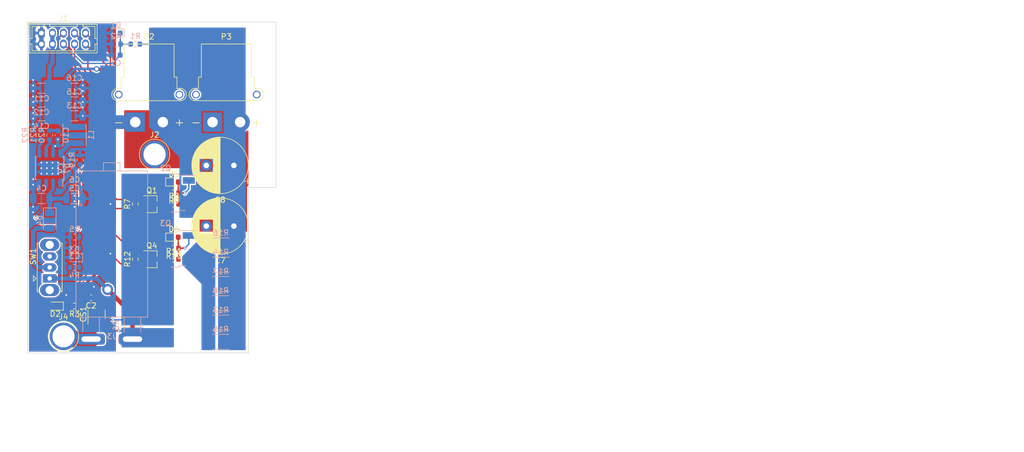
<source format=kicad_pcb>
(kicad_pcb (version 20211014) (generator pcbnew)
  (layers (0 "F.Cu" signal) (31 "B.Cu" signal) (34 "B.Paste" user) (35 "F.Paste" user) (36 "B.SilkS" user "B.Silkscreen") (37 "F.SilkS" user "F.Silkscreen") (38 "B.Mask" user) (39 "F.Mask" user) (44 "Edge.Cuts" user))
  (net 0 "")
  (net 1 "+5V")
  (net 2 "GND")
  (net 3 "Net-(Q3-Pad3)")
  (net 4 "/BattVsense")
  (net 5 "/PW_OUT_EN")
  (net 6 "/PW_OUT")
  (net 7 "Net-(C10-Pad2)")
  (net 8 "Net-(C4-Pad1)")
  (net 9 "Net-(C9-Pad1)")
  (net 10 "/PRE_CHARGE_EN")
  (net 11 "Net-(C9-Pad2)")
  (net 12 "Net-(D6-Pad2)")
  (net 13 "/PowerOutVSense")
  (net 14 "Net-(CS1-Pad1)")
  (net 15 "+BATT")
  (net 16 "Net-(CS1-Pad4)")
  (net 17 "Net-(D7-Pad5)")
  (net 18 "Net-(D5-Pad2)")
  (net 19 "/CurrentSense")
  (net 20 "/DCDC_5V_EN")
  (net 21 "Net-(D7-Pad6)")
  (net 22 "Net-(Q1-Pad3)")
  (net 23 "Net-(Q4-Pad3)")
  (net 24 "Net-(D4-Pad2)")
  (net 25 "Net-(J3-Pad2)")
  (footprint "TestPoint:TestPoint_Plated_Hole_D4.0mm" (layer "F.Cu") (at 51.5 92)
    (fp_text reference "J4" (at 0 -3.548) (layer "F.SilkS"))
    (fp_text value "Conn_01x01")
    (pad "1" thru_hole circle (at 0 0) (size 5 5) (drill 4) (layers *.Cu *.Mask) (net 25 "Net-(J3-Pad2)"))
  )
  (footprint "Connector_Hirose:Hirose_DF11-10DP-2DSA_2x05_P2.00mm_Vertical" (layer "F.Cu") (at 47.5 37)
    (fp_text reference "J1" (at 4 -2.7) (layer "F.SilkS"))
    (fp_text value "Conn_02x05_Odd_Even")
    (pad "1" thru_hole roundrect (at 0 0) (size 1.2 1.65) (drill 0.85) (layers *.Cu *.Mask) (roundrect_rratio 0.2083333333) (net 2 "GND"))
    (pad "2" thru_hole oval (at 0 2) (size 1.2 1.65) (drill 0.85) (layers *.Cu *.Mask) (net 2 "GND"))
    (pad "3" thru_hole oval (at 2 0) (size 1.2 1.65) (drill 0.85) (layers *.Cu *.Mask) (net 1 "+5V"))
    (pad "4" thru_hole oval (at 2 2) (size 1.2 1.65) (drill 0.85) (layers *.Cu *.Mask) (net 1 "+5V"))
    (pad "5" thru_hole oval (at 4 0) (size 1.2 1.65) (drill 0.85) (layers *.Cu *.Mask) (net 20 "/DCDC_5V_EN"))
    (pad "6" thru_hole oval (at 4 2) (size 1.2 1.65) (drill 0.85) (layers *.Cu *.Mask) (net 13 "/PowerOutVSense"))
    (pad "7" thru_hole oval (at 6 0) (size 1.2 1.65) (drill 0.85) (layers *.Cu *.Mask) (net 19 "/CurrentSense"))
    (pad "8" thru_hole oval (at 6 2) (size 1.2 1.65) (drill 0.85) (layers *.Cu *.Mask) (net 4 "/BattVsense"))
    (pad "9" thru_hole oval (at 8 0) (size 1.2 1.65) (drill 0.85) (layers *.Cu *.Mask) (net 5 "/PW_OUT_EN"))
    (pad "10" thru_hole oval (at 8 2) (size 1.2 1.65) (drill 0.85) (layers *.Cu *.Mask) (net 10 "/PRE_CHARGE_EN"))
  )
  (footprint "Package_TO_SOT_SMD:SOT-23-5" (layer "F.Cu") (at 57.5 88 90)
    (fp_text reference "CS1" (at 0 -2.4 90) (layer "F.SilkS"))
    (fp_text value "CS30")
    (pad "1" smd roundrect (at -1.1375 -0.95 90) (size 1.325 0.6) (layers "F.Cu" "F.Paste" "F.Mask") (net 14 "Net-(CS1-Pad1)"))
    (pad "2" smd roundrect (at -1.1375 0 90) (size 1.325 0.6) (layers "F.Cu" "F.Paste" "F.Mask") (net 2 "GND"))
    (pad "3" smd roundrect (at -1.1375 0.95 90) (size 1.325 0.6) (layers "F.Cu" "F.Paste" "F.Mask") (net 15 "+BATT"))
    (pad "4" smd roundrect (at 1.1375 0.95 90) (size 1.325 0.6) (layers "F.Cu" "F.Paste" "F.Mask") (net 16 "Net-(CS1-Pad4)"))
    (pad "5" smd roundrect (at 1.1375 -0.95 90) (size 1.325 0.6) (layers "F.Cu" "F.Paste" "F.Mask") (net 1 "+5V"))
  )
  (footprint "Resistor_SMD:R_0603_1608Metric" (layer "F.Cu") (at 64.5 78 90)
    (fp_text reference "R12" (at 0 -1.43 90) (layer "F.SilkS"))
    (fp_text value "1k")
    (pad "1" smd roundrect (at -0.825 0 90) (size 0.8 0.95) (layers "F.Cu" "F.Paste" "F.Mask") (net 2 "GND"))
    (pad "2" smd roundrect (at 0.825 0 90) (size 0.8 0.95) (layers "F.Cu" "F.Paste" "F.Mask") (net 10 "/PRE_CHARGE_EN"))
  )
  (footprint "Connector_AMASS:AMASS_XT30PW-F_1x02_P2.50mm_Horizontal" (layer "F.Cu") (at 64.5 53.15)
    (fp_text reference "P2" (at 2.5 -15.5) (layer "F.SilkS"))
    (fp_text value "CONN_01X02")
    (fp_text user "+" (at 8 0) (layer "F.SilkS") (effects (font (size 1.5 1.5))))
    (fp_text user "-" (at -3 0) (layer "F.SilkS") (effects (font (size 1.5 1.5))))
    (pad "" thru_hole circle (at 8 -5) (size 1.4 1.4) (drill 1) (layers *.Cu *.Mask))
    (pad "" thru_hole circle (at -3 -5 90) (size 1.4 1.4) (drill 1) (layers *.Cu *.Mask))
    (pad "1" thru_hole rect (at 0 0) (size 3.5 3.5) (drill 1.9) (layers *.Cu *.Mask) (net 2 "GND"))
    (pad "2" thru_hole circle (at 5 0) (size 3.5 3.5) (drill 1.9) (layers *.Cu *.Mask) (net 6 "/PW_OUT"))
  )
  (footprint "Package_TO_SOT_SMD:TSOT-23" (layer "F.Cu") (at 67.5 68)
    (fp_text reference "Q1" (at 0 -2.45) (layer "F.SilkS"))
    (fp_text value "Q_NMOS_GSD")
    (pad "1" smd rect (at -1.31 -0.95) (size 1.22 0.65) (layers "F.Cu" "F.Paste" "F.Mask") (net 5 "/PW_OUT_EN"))
    (pad "2" smd rect (at -1.31 0.95) (size 1.22 0.65) (layers "F.Cu" "F.Paste" "F.Mask") (net 2 "GND"))
    (pad "3" smd rect (at 1.31 0) (size 1.22 0.65) (layers "F.Cu" "F.Paste" "F.Mask") (net 22 "Net-(Q1-Pad3)"))
  )
  (footprint "Diode_SMD:D_0603_1608Metric" (layer "F.Cu") (at 71.5 74)
    (fp_text reference "D6" (at 0 -1.43) (layer "F.SilkS"))
    (fp_text value "D_Zener_12V")
    (pad "1" smd roundrect (at -0.7875 0) (size 0.875 0.95) (layers "F.Cu" "F.Paste" "F.Mask") (net 16 "Net-(CS1-Pad4)"))
    (pad "2" smd roundrect (at 0.7875 0) (size 0.875 0.95) (layers "F.Cu" "F.Paste" "F.Mask") (net 12 "Net-(D6-Pad2)"))
  )
  (footprint "Package_TO_SOT_SMD:TSOT-23" (layer "F.Cu") (at 67.5 78)
    (fp_text reference "Q4" (at 0 -2.45) (layer "F.SilkS"))
    (fp_text value "Q_NMOS_GSD")
    (pad "1" smd rect (at -1.31 -0.95) (size 1.22 0.65) (layers "F.Cu" "F.Paste" "F.Mask") (net 10 "/PRE_CHARGE_EN"))
    (pad "2" smd rect (at -1.31 0.95) (size 1.22 0.65) (layers "F.Cu" "F.Paste" "F.Mask") (net 2 "GND"))
    (pad "3" smd rect (at 1.31 0) (size 1.22 0.65) (layers "F.Cu" "F.Paste" "F.Mask") (net 23 "Net-(Q4-Pad3)"))
  )
  (footprint "Resistor_SMD:R_0603_1608Metric" (layer "F.Cu") (at 71.5 76 180)
    (fp_text reference "R10" (at 0 -1.43) (layer "F.SilkS"))
    (fp_text value "1k")
    (pad "1" smd roundrect (at -0.825 0 180) (size 0.8 0.95) (layers "F.Cu" "F.Paste" "F.Mask") (net 12 "Net-(D6-Pad2)"))
    (pad "2" smd roundrect (at 0.825 0 180) (size 0.8 0.95) (layers "F.Cu" "F.Paste" "F.Mask") (net 16 "Net-(CS1-Pad4)"))
  )
  (footprint "Resistor_SMD:R_0603_1608Metric" (layer "F.Cu") (at 64.5 68 90)
    (fp_text reference "R7" (at 0 -1.43 90) (layer "F.SilkS"))
    (fp_text value "1k")
    (pad "1" smd roundrect (at -0.825 0 90) (size 0.8 0.95) (layers "F.Cu" "F.Paste" "F.Mask") (net 2 "GND"))
    (pad "2" smd roundrect (at 0.825 0 90) (size 0.8 0.95) (layers "F.Cu" "F.Paste" "F.Mask") (net 5 "/PW_OUT_EN"))
  )
  (footprint "Resistor_SMD:R_0603_1608Metric" (layer "F.Cu") (at 71.5 66 180)
    (fp_text reference "R9" (at 0 -1.43) (layer "F.SilkS"))
    (fp_text value "1k")
    (pad "1" smd roundrect (at -0.825 0 180) (size 0.8 0.95) (layers "F.Cu" "F.Paste" "F.Mask") (net 18 "Net-(D5-Pad2)"))
    (pad "2" smd roundrect (at 0.825 0 180) (size 0.8 0.95) (layers "F.Cu" "F.Paste" "F.Mask") (net 16 "Net-(CS1-Pad4)"))
  )
  (footprint "Capacitor_SMD:C_0603_1608Metric" (layer "F.Cu") (at 56.5 85 180)
    (fp_text reference "C2" (at 0 -1.43) (layer "F.SilkS"))
    (fp_text value "0.1u")
    (pad "1" smd roundrect (at -0.775 0 180) (size 0.9 0.95) (layers "F.Cu" "F.Paste" "F.Mask") (net 2 "GND"))
    (pad "2" smd roundrect (at 0.775 0 180) (size 0.9 0.95) (layers "F.Cu" "F.Paste" "F.Mask") (net 1 "+5V"))
  )
  (footprint "Resistor_SMD:R_0603_1608Metric" (layer "F.Cu") (at 71.5 78)
    (fp_text reference "R11" (at 0 -1.43) (layer "F.SilkS"))
    (fp_text value "100")
    (pad "1" smd roundrect (at -0.825 0) (size 0.8 0.95) (layers "F.Cu" "F.Paste" "F.Mask") (net 23 "Net-(Q4-Pad3)"))
    (pad "2" smd roundrect (at 0.825 0) (size 0.8 0.95) (layers "F.Cu" "F.Paste" "F.Mask") (net 12 "Net-(D6-Pad2)"))
  )
  (footprint "TestPoint:TestPoint_Plated_Hole_D4.0mm" (layer "F.Cu") (at 68 59)
    (fp_text reference "J2" (at 0 -3.548) (layer "F.SilkS"))
    (fp_text value "Conn_01x01")
    (pad "1" thru_hole circle (at 0 0) (size 5 5) (drill 4) (layers *.Cu *.Mask) (net 2 "GND"))
  )
  (footprint "Diode_SMD:D_0603_1608Metric" (layer "F.Cu") (at 50 86.5 180)
    (fp_text reference "D2" (at 0 -1.43) (layer "F.SilkS"))
    (fp_text value "D_Zener_3.3V")
    (pad "1" smd roundrect (at -0.7875 0 180) (size 0.875 0.95) (layers "F.Cu" "F.Paste" "F.Mask") (net 19 "/CurrentSense"))
    (pad "2" smd roundrect (at 0.7875 0 180) (size 0.875 0.95) (layers "F.Cu" "F.Paste" "F.Mask") (net 2 "GND"))
  )
  (footprint "Resistor_SMD:R_0603_1608Metric" (layer "F.Cu") (at 71.5 68)
    (fp_text reference "R8" (at 0 -1.43) (layer "F.SilkS"))
    (fp_text value "100")
    (pad "1" smd roundrect (at -0.825 0) (size 0.8 0.95) (layers "F.Cu" "F.Paste" "F.Mask") (net 22 "Net-(Q1-Pad3)"))
    (pad "2" smd roundrect (at 0.825 0) (size 0.8 0.95) (layers "F.Cu" "F.Paste" "F.Mask") (net 18 "Net-(D5-Pad2)"))
  )
  (footprint "Resistor_SMD:R_0603_1608Metric" (layer "F.Cu") (at 53.5 86.5 180)
    (fp_text reference "R3" (at 0 -1.43) (layer "F.SilkS"))
    (fp_text value "100")
    (pad "1" smd roundrect (at -0.825 0 180) (size 0.8 0.95) (layers "F.Cu" "F.Paste" "F.Mask") (net 14 "Net-(CS1-Pad1)"))
    (pad "2" smd roundrect (at 0.825 0 180) (size 0.8 0.95) (layers "F.Cu" "F.Paste" "F.Mask") (net 19 "/CurrentSense"))
  )
  (footprint "Capacitor_THT:CP_Radial_D10.0mm_P5.00mm" (layer "F.Cu") (at 82.367677 72 180)
    (fp_text reference "C7" (at 2.5 -6.25) (layer "F.SilkS"))
    (fp_text value "470u")
    (pad "1" thru_hole rect (at 0 0 180) (size 2 2) (drill 1) (layers *.Cu *.Mask) (net 6 "/PW_OUT"))
    (pad "2" thru_hole circle (at 5 0 180) (size 2 2) (drill 1) (layers *.Cu *.Mask) (net 2 "GND"))
  )
  (footprint "Connector_AMASS:AMASS_XT30PW-F_1x02_P2.50mm_Horizontal" (layer "F.Cu") (at 78.5 53.15)
    (fp_text reference "P3" (at 2.5 -15.5) (layer "F.SilkS"))
    (fp_text value "CONN_01X02")
    (fp_text user "+" (at 8 0) (layer "F.SilkS") (effects (font (size 1.5 1.5))))
    (fp_text user "-" (at -3 0) (layer "F.SilkS") (effects (font (size 1.5 1.5))))
    (pad "" thru_hole circle (at -3 -5 90) (size 1.4 1.4) (drill 1) (layers *.Cu *.Mask))
    (pad "" thru_hole circle (at 8 -5) (size 1.4 1.4) (drill 1) (layers *.Cu *.Mask))
    (pad "1" thru_hole rect (at 0 0) (size 3.5 3.5) (drill 1.9) (layers *.Cu *.Mask) (net 2 "GND"))
    (pad "2" thru_hole circle (at 5 0) (size 3.5 3.5) (drill 1.9) (layers *.Cu *.Mask) (net 6 "/PW_OUT"))
  )
  (footprint "Capacitor_THT:CP_Radial_D10.0mm_P5.00mm" (layer "F.Cu") (at 82.367677 61 180)
    (fp_text reference "C8" (at 2.5 -6.25) (layer "F.SilkS"))
    (fp_text value "470u")
    (pad "1" thru_hole rect (at 0 0 180) (size 2 2) (drill 1) (layers *.Cu *.Mask) (net 6 "/PW_OUT"))
    (pad "2" thru_hole circle (at 5 0 180) (size 2 2) (drill 1) (layers *.Cu *.Mask) (net 2 "GND"))
  )
  (footprint "Button_Switch_THT:SW_Slide_1P2T_CK_OS102011MS2Q" (layer "F.Cu") (at 49 81.5 90)
    (fp_text reference "SW1" (at 3.99 -2.99 90) (layer "F.SilkS"))
    (fp_text value "SW_SPST_Temperature")
    (pad "" thru_hole oval (at -2.1 0 90) (size 2.2 3.5) (drill 1.5) (layers *.Cu *.Mask))
    (pad "" thru_hole oval (at 6.1 0 90) (size 2.2 3.5) (drill 1.5) (layers *.Cu *.Mask))
    (pad "1" thru_hole rect (at 0 0 90) (size 1.5 2.5) (drill 0.8) (layers *.Cu *.Mask) (net 15 "+BATT"))
    (pad "2" thru_hole oval (at 2 0 90) (size 1.5 2.5) (drill 0.8) (layers *.Cu *.Mask) (net 24 "Net-(D4-Pad2)"))
    (pad "3" thru_hole oval (at 4 0 90) (size 1.5 2.5) (drill 0.8) (layers *.Cu *.Mask))
  )
  (footprint "Diode_SMD:D_0603_1608Metric" (layer "F.Cu") (at 71.5 64)
    (fp_text reference "D5" (at 0 -1.43) (layer "F.SilkS"))
    (fp_text value "D_Zener_12V")
    (pad "1" smd roundrect (at -0.7875 0) (size 0.875 0.95) (layers "F.Cu" "F.Paste" "F.Mask") (net 16 "Net-(CS1-Pad4)"))
    (pad "2" smd roundrect (at 0.7875 0) (size 0.875 0.95) (layers "F.Cu" "F.Paste" "F.Mask") (net 18 "Net-(D5-Pad2)"))
  )
  (footprint "Resistor_SMD:R_0603_1608Metric" (layer "B.Cu") (at 46 55.5 -90)
    (fp_text reference "R22" (at 0 1.43 -270) (layer "B.SilkS") (effects (justify mirror)))
    (fp_text value "1k")
    (pad "1" smd roundrect (at -0.825 0 270) (size 0.8 0.95) (layers "B.Cu" "B.Paste" "B.Mask") (net 2 "GND"))
    (pad "2" smd roundrect (at 0.825 0 270) (size 0.8 0.95) (layers "B.Cu" "B.Paste" "B.Mask") (net 17 "Net-(D7-Pad5)"))
  )
  (footprint "Capacitor_SMD:C_0603_1608Metric" (layer "B.Cu") (at 50.5 55.5 90)
    (fp_text reference "C10" (at 0 1.43 90) (layer "B.SilkS") (effects (justify mirror)))
    (fp_text value "1300p")
    (pad "1" smd roundrect (at -0.775 0 90) (size 0.9 0.95) (layers "B.Cu" "B.Paste" "B.Mask") (net 2 "GND"))
    (pad "2" smd roundrect (at 0.775 0 90) (size 0.9 0.95) (layers "B.Cu" "B.Paste" "B.Mask") (net 7 "Net-(C10-Pad2)"))
  )
  (footprint "Resistor_SMD:R_2010_5025Metric" (layer "B.Cu") (at 80 79 180)
    (fp_text reference "R14" (at 0 2.28) (layer "B.SilkS") (effects (justify mirror)))
    (fp_text value "1k")
    (pad "1" smd roundrect (at -2.3125 0 180) (size 1.225 2.65) (layers "B.Cu" "B.Paste" "B.Mask") (roundrect_rratio 0.2040816327) (net 6 "/PW_OUT"))
    (pad "2" smd roundrect (at 2.3125 0 180) (size 1.225 2.65) (layers "B.Cu" "B.Paste" "B.Mask") (roundrect_rratio 0.2040816327) (net 3 "Net-(Q3-Pad3)"))
  )
  (footprint "Capacitor_SMD:C_0603_1608Metric" (layer "B.Cu") (at 53.5 76)
    (fp_text reference "C3" (at 0 1.43) (layer "B.SilkS") (effects (justify mirror)))
    (fp_text value "0.1u")
    (pad "1" smd roundrect (at -0.775 0) (size 0.9 0.95) (layers "B.Cu" "B.Paste" "B.Mask") (net 2 "GND"))
    (pad "2" smd roundrect (at 0.775 0) (size 0.9 0.95) (layers "B.Cu" "B.Paste" "B.Mask") (net 4 "/BattVsense"))
  )
  (footprint "Resistor_SMD:R_2010_5025Metric" (layer "B.Cu") (at 80 89.5 180)
    (fp_text reference "R13" (at 0 2.28) (layer "B.SilkS") (effects (justify mirror)))
    (fp_text value "1k")
    (pad "1" smd roundrect (at -2.3125 0 180) (size 1.225 2.65) (layers "B.Cu" "B.Paste" "B.Mask") (roundrect_rratio 0.2040816327) (net 6 "/PW_OUT"))
    (pad "2" smd roundrect (at 2.3125 0 180) (size 1.225 2.65) (layers "B.Cu" "B.Paste" "B.Mask") (roundrect_rratio 0.2040816327) (net 3 "Net-(Q3-Pad3)"))
  )
  (footprint "Resistor_SMD:R_0603_1608Metric" (layer "B.Cu") (at 54.5 60 -90)
    (fp_text reference "R19" (at 0 1.43 90) (layer "B.SilkS") (effects (justify mirror)))
    (fp_text value "1k")
    (pad "1" smd roundrect (at -0.825 0 270) (size 0.8 0.95) (layers "B.Cu" "B.Paste" "B.Mask") (net 2 "GND"))
    (pad "2" smd roundrect (at 0.825 0 270) (size 0.8 0.95) (layers "B.Cu" "B.Paste" "B.Mask") (net 20 "/DCDC_5V_EN"))
  )
  (footprint "Resistor_SMD:R_2010_5025Metric" (layer "B.Cu") (at 80 75.5 180)
    (fp_text reference "R16" (at 0 2.28) (layer "B.SilkS") (effects (justify mirror)))
    (fp_text value "1k")
    (pad "1" smd roundrect (at -2.3125 0 180) (size 1.225 2.65) (layers "B.Cu" "B.Paste" "B.Mask") (roundrect_rratio 0.2040816327) (net 6 "/PW_OUT"))
    (pad "2" smd roundrect (at 2.3125 0 180) (size 1.225 2.65) (layers "B.Cu" "B.Paste" "B.Mask") (roundrect_rratio 0.2040816327) (net 3 "Net-(Q3-Pad3)"))
  )
  (footprint "Capacitor_SMD:C_0603_1608Metric" (layer "B.Cu") (at 52.5 61.5 -90)
    (fp_text reference "C9" (at 0 1.43 -270) (layer "B.SilkS") (effects (justify mirror)))
    (fp_text value "0.1u")
    (pad "1" smd roundrect (at -0.775 0 270) (size 0.9 0.95) (layers "B.Cu" "B.Paste" "B.Mask") (net 9 "Net-(C9-Pad1)"))
    (pad "2" smd roundrect (at 0.775 0 270) (size 0.9 0.95) (layers "B.Cu" "B.Paste" "B.Mask") (net 11 "Net-(C9-Pad2)"))
  )
  (footprint "Capacitor_SMD:C_1206_3216Metric" (layer "B.Cu") (at 53.5 47 180)
    (fp_text reference "C16" (at 0 1.85) (layer "B.SilkS") (effects (justify mirror)))
    (fp_text value "4.7u")
    (pad "1" smd roundrect (at -1.475 0 180) (size 1.15 1.8) (layers "B.Cu" "B.Paste" "B.Mask") (roundrect_rratio 0.2173913043) (net 2 "GND"))
    (pad "2" smd roundrect (at 1.475 0 180) (size 1.15 1.8) (layers "B.Cu" "B.Paste" "B.Mask") (roundrect_rratio 0.2173913043) (net 1 "+5V"))
  )
  (footprint "Diode_SMD:D_1206_3216Metric" (layer "B.Cu") (at 49 71 -90)
    (fp_text reference "D4" (at 0 1.82 90) (layer "B.SilkS") (effects (justify mirror)))
    (fp_text value "D")
    (pad "1" smd roundrect (at -1.4 0 270) (size 1.25 1.75) (layers "B.Cu" "B.Paste" "B.Mask") (roundrect_rratio 0.2) (net 8 "Net-(C4-Pad1)"))
    (pad "2" smd roundrect (at 1.4 0 270) (size 1.25 1.75) (layers "B.Cu" "B.Paste" "B.Mask") (roundrect_rratio 0.2) (net 24 "Net-(D4-Pad2)"))
  )
  (footprint "Diode_SMD:D_0603_1608Metric" (layer "B.Cu") (at 53.46 77.72 180)
    (fp_text reference "D3" (at 0 1.43) (layer "B.SilkS") (effects (justify mirror)))
    (fp_text value "D_Zener_3.3V")
    (pad "1" smd roundrect (at -0.7875 0 180) (size 0.875 0.95) (layers "B.Cu" "B.Paste" "B.Mask") (net 4 "/BattVsense"))
    (pad "2" smd roundrect (at 0.7875 0 180) (size 0.875 0.95) (layers "B.Cu" "B.Paste" "B.Mask") (net 2 "GND"))
  )
  (footprint "Capacitor_SMD:C_1206_3216Metric" (layer "B.Cu") (at 53.5 67 180)
    (fp_text reference "C5" (at 0 1.85) (layer "B.SilkS") (effects (justify mirror)))
    (fp_text value "4.7u")
    (pad "1" smd roundrect (at -1.475 0 180) (size 1.15 1.8) (layers "B.Cu" "B.Paste" "B.Mask") (roundrect_rratio 0.2173913043) (net 2 "GND"))
    (pad "2" smd roundrect (at 1.475 0 180) (size 1.15 1.8) (layers "B.Cu" "B.Paste" "B.Mask") (roundrect_rratio 0.2173913043) (net 8 "Net-(C4-Pad1)"))
  )
  (footprint "Inductor_SMD:L_Vishay_IFSC-1515AH_4x4x1.8mm" (layer "B.Cu") (at 53.5 55.5 90)
    (fp_text reference "L1" (at 0 3 90) (layer "B.SilkS") (effects (justify mirror)))
    (fp_text value "10uH")
    (pad "1" smd rect (at -1.475 0 90) (size 1.15 3.6) (layers "B.Cu" "B.Paste" "B.Mask") (net 9 "Net-(C9-Pad1)"))
    (pad "2" smd rect (at 1.475 0 90) (size 1.15 3.6) (layers "B.Cu" "B.Paste" "B.Mask") (net 1 "+5V"))
  )
  (footprint "Resistor_SMD:R_2010_5025Metric" (layer "B.Cu") (at 80 93 180)
    (fp_text reference "R15" (at 0 2.28) (layer "B.SilkS") (effects (justify mirror)))
    (fp_text value "1k")
    (pad "1" smd roundrect (at -2.3125 0 180) (size 1.225 2.65) (layers "B.Cu" "B.Paste" "B.Mask") (roundrect_rratio 0.2040816327) (net 6 "/PW_OUT"))
    (pad "2" smd roundrect (at 2.3125 0 180) (size 1.225 2.65) (layers "B.Cu" "B.Paste" "B.Mask") (roundrect_rratio 0.2040816327) (net 3 "Net-(Q3-Pad3)"))
  )
  (footprint "user:Reusable_Breaker" (layer "B.Cu") (at 60.25 92.5 180)
    (fp_text reference "J3" (at 0 0.5 unlocked) (layer "B.SilkS") (effects (justify mirror)))
    (fp_text value "Conn_01x02")
    (pad "1" thru_hole roundrect (at -3.75 0 180) (size 5 2) (drill oval 3.5 1) (layers *.Cu *.Mask) (net 15 "+BATT"))
    (pad "2" thru_hole roundrect (at 3.75 0 180) (size 5 2) (drill oval 3.5 1) (layers *.Cu *.Mask) (net 25 "Net-(J3-Pad2)"))
  )
  (footprint "Resistor_SMD:R_0603_1608Metric" (layer "B.Cu") (at 49 55.5 -90)
    (fp_text reference "R20" (at 0 1.43 -270) (layer "B.SilkS") (effects (justify mirror)))
    (fp_text value "6k")
    (pad "1" smd roundrect (at -0.825 0 270) (size 0.8 0.95) (layers "B.Cu" "B.Paste" "B.Mask") (net 7 "Net-(C10-Pad2)"))
    (pad "2" smd roundrect (at 0.825 0 270) (size 0.8 0.95) (layers "B.Cu" "B.Paste" "B.Mask") (net 21 "Net-(D7-Pad6)"))
  )
  (footprint "Resistor_SMD:R_0603_1608Metric" (layer "B.Cu") (at 64.5 39 180)
    (fp_text reference "R1" (at 0 1.43) (layer "B.SilkS") (effects (justify mirror)))
    (fp_text value "10k")
    (pad "1" smd roundrect (at -0.825 0 180) (size 0.8 0.95) (layers "B.Cu" "B.Paste" "B.Mask") (net 6 "/PW_OUT"))
    (pad "2" smd roundrect (at 0.825 0 180) (size 0.8 0.95) (layers "B.Cu" "B.Paste" "B.Mask") (net 13 "/PowerOutVSense"))
  )
  (footprint "Capacitor_SMD:C_1206_3216Metric" (layer "B.Cu") (at 47.5 49.5)
    (fp_text reference "C12" (at 0 1.85) (layer "B.SilkS") (effects (justify mirror)))
    (fp_text value "4.7u")
    (pad "1" smd roundrect (at -1.475 0) (size 1.15 1.8) (layers "B.Cu" "B.Paste" "B.Mask") (roundrect_rratio 0.2173913043) (net 2 "GND"))
    (pad "2" smd roundrect (at 1.475 0) (size 1.15 1.8) (layers "B.Cu" "B.Paste" "B.Mask") (roundrect_rratio 0.2173913043) (net 1 "+5V"))
  )
  (footprint "Diode_SMD:D_0603_1608Metric" (layer "B.Cu") (at 61 37 180)
    (fp_text reference "D1" (at 0 1.43) (layer "B.SilkS") (effects (justify mirror)))
    (fp_text value "D_Zener_3.3V")
    (pad "1" smd roundrect (at -0.7875 0 180) (size 0.875 0.95) (layers "B.Cu" "B.Paste" "B.Mask") (net 13 "/PowerOutVSense"))
    (pad "2" smd roundrect (at 0.7875 0 180) (size 0.875 0.95) (layers "B.Cu" "B.Paste" "B.Mask") (net 2 "GND"))
  )
  (footprint "Resistor_SMD:R_0815_2038Metric" (layer "B.Cu") (at 64 90 -90)
    (fp_text reference "R6" (at 0 2.98 90) (layer "B.SilkS") (effects (justify mirror)))
    (fp_text value "1m")
    (pad "1" smd roundrect (at -0.9375 0 270) (size 1.025 4.05) (layers "B.Cu" "B.Paste" "B.Mask") (roundrect_rratio 0.243902439) (net 16 "Net-(CS1-Pad4)"))
    (pad "2" smd roundrect (at 0.9375 0 270) (size 1.025 4.05) (layers "B.Cu" "B.Paste" "B.Mask") (roundrect_rratio 0.243902439) (net 15 "+BATT"))
  )
  (footprint "Resistor_SMD:R_0603_1608Metric" (layer "B.Cu") (at 53.5 74 180)
    (fp_text reference "R5" (at 0 1.43) (layer "B.SilkS") (effects (justify mirror)))
    (fp_text value "1k")
    (pad "1" smd roundrect (at -0.825 0 180) (size 0.8 0.95) (layers "B.Cu" "B.Paste" "B.Mask") (net 4 "/BattVsense"))
    (pad "2" smd roundrect (at 0.825 0 180) (size 0.8 0.95) (layers "B.Cu" "B.Paste" "B.Mask") (net 2 "GND"))
  )
  (footprint "Resistor_SMD:R_0603_1608Metric" (layer "B.Cu") (at 47.5 55.5 -90)
    (fp_text reference "R21" (at 0 1.43 -270) (layer "B.SilkS") (effects (justify mirror)))
    (fp_text value "15k")
    (pad "1" smd roundrect (at -0.825 0 270) (size 0.8 0.95) (layers "B.Cu" "B.Paste" "B.Mask") (net 1 "+5V"))
    (pad "2" smd roundrect (at 0.825 0 270) (size 0.8 0.95) (layers "B.Cu" "B.Paste" "B.Mask") (net 17 "Net-(D7-Pad5)"))
  )
  (footprint "Capacitor_SMD:C_1206_3216Metric" (layer "B.Cu") (at 47.5 47)
    (fp_text reference "C11" (at 0 1.85) (layer "B.SilkS") (effects (justify mirror)))
    (fp_text value "4.7u")
    (pad "1" smd roundrect (at -1.475 0) (size 1.15 1.8) (layers "B.Cu" "B.Paste" "B.Mask") (roundrect_rratio 0.2173913043) (net 2 "GND"))
    (pad "2" smd roundrect (at 1.475 0) (size 1.15 1.8) (layers "B.Cu" "B.Paste" "B.Mask") (roundrect_rratio 0.2173913043) (net 1 "+5V"))
  )
  (footprint "Capacitor_SMD:C_1206_3216Metric" (layer "B.Cu") (at 47.5 52)
    (fp_text reference "C14" (at 0 1.85) (layer "B.SilkS") (effects (justify mirror)))
    (fp_text value "4.7u")
    (pad "1" smd roundrect (at -1.475 0) (size 1.15 1.8) (layers "B.Cu" "B.Paste" "B.Mask") (roundrect_rratio 0.2173913043) (net 2 "GND"))
    (pad "2" smd roundrect (at 1.475 0) (size 1.15 1.8) (layers "B.Cu" "B.Paste" "B.Mask") (roundrect_rratio 0.2173913043) (net 1 "+5V"))
  )
  (footprint "Capacitor_SMD:C_1206_3216Metric" (layer "B.Cu") (at 53.5 52 180)
    (fp_text reference "C13" (at 0 1.85) (layer "B.SilkS") (effects (justify mirror)))
    (fp_text value "4.7u")
    (pad "1" smd roundrect (at -1.475 0 180) (size 1.15 1.8) (layers "B.Cu" "B.Paste" "B.Mask") (roundrect_rratio 0.2173913043) (net 2 "GND"))
    (pad "2" smd roundrect (at 1.475 0 180) (size 1.15 1.8) (layers "B.Cu" "B.Paste" "B.Mask") (roundrect_rratio 0.2173913043) (net 1 "+5V"))
  )
  (footprint "Package_SO:Diodes_PSOP-8" (layer "B.Cu") (at 49 61.5 90)
    (fp_text reference "D7" (at 0 3.3 90) (layer "B.SilkS") (effects (justify mirror)))
    (fp_text value "BD9E302EFJ")
    (pad "1" smd rect (at -2.7 1.905 90) (size 1.5 0.65) (layers "B.Cu" "B.Paste" "B.Mask") (net 11 "Net-(C9-Pad2)"))
    (pad "2" smd rect (at -2.7 0.635 90) (size 1.5 0.65) (layers "B.Cu" "B.Paste" "B.Mask") (net 8 "Net-(C4-Pad1)"))
    (pad "3" smd rect (at -2.7 -0.635 90) (size 1.5 0.65) (layers "B.Cu" "B.Paste" "B.Mask") (net 20 "/DCDC_5V_EN"))
    (pad "4" smd rect (at -2.7 -1.905 90) (size 1.5 0.65) (layers "B.Cu" "B.Paste" "B.Mask") (net 2 "GND"))
    (pad "5" smd rect (at 2.7 -1.905 90) (size 1.5 0.65) (layers "B.Cu" "B.Paste" "B.Mask") (net 17 "Net-(D7-Pad5)"))
    (pad "6" smd rect (at 2.7 -0.635 90) (size 1.5 0.65) (layers "B.Cu" "B.Paste" "B.Mask") (net 21 "Net-(D7-Pad6)"))
    (pad "7" smd rect (at 2.7 0.635 90) (size 1.5 0.65) (layers "B.Cu" "B.Paste" "B.Mask") (net 2 "GND"))
    (pad "8" smd rect (at 2.7 1.905 90) (size 1.5 0.65) (layers "B.Cu" "B.Paste" "B.Mask") (net 9 "Net-(C9-Pad1)"))
    (pad "9" smd rect (at 0.675 0.9 90) (size 1.35 1.8) (layers "B.Cu" "B.Paste" "B.Mask") (net 2 "GND"))
    (pad "9" smd rect (at -0.675 -0.9 90) (size 1.35 1.8) (layers "B.Cu" "B.Paste" "B.Mask") (net 2 "GND"))
    (pad "9" smd rect (at -0.675 0.9 90) (size 1.35 1.8) (layers "B.Cu" "B.Paste" "B.Mask") (net 2 "GND"))
    (pad "9" smd rect (at 0.675 -0.9 90) (size 1.35 1.8) (layers "B.Cu" "B.Paste" "B.Mask") (net 2 "GND"))
  )
  (footprint "Capacitor_SMD:C_0603_1608Metric" (layer "B.Cu") (at 61 41)
    (fp_text reference "C1" (at 0 1.43) (layer "B.SilkS") (effects (justify mirror)))
    (fp_text value "0.1u")
    (pad "1" smd roundrect (at -0.775 0) (size 0.9 0.95) (layers "B.Cu" "B.Paste" "B.Mask") (net 2 "GND"))
    (pad "2" smd roundrect (at 0.775 0) (size 0.9 0.95) (layers "B.Cu" "B.Paste" "B.Mask") (net 13 "/PowerOutVSense"))
  )
  (footprint "Resistor_SMD:R_2010_5025Metric" (layer "B.Cu") (at 80 86 180)
    (fp_text reference "R18" (at 0 2.28) (layer "B.SilkS") (effects (justify mirror)))
    (fp_text value "1k")
    (pad "1" smd roundrect (at -2.3125 0 180) (size 1.225 2.65) (layers "B.Cu" "B.Paste" "B.Mask") (roundrect_rratio 0.2040816327) (net 6 "/PW_OUT"))
    (pad "2" smd roundrect (at 2.3125 0 180) (size 1.225 2.65) (layers "B.Cu" "B.Paste" "B.Mask") (roundrect_rratio 0.2040816327) (net 3 "Net-(Q3-Pad3)"))
  )
  (footprint "Package_TO_SOT_SMD:TO-252-2" (layer "B.Cu") (at 70 76 180)
    (fp_text reference "Q3" (at 0 4.5) (layer "B.SilkS") (effects (justify mirror)))
    (fp_text value "Q_PMOS_GDS")
    (pad "1" smd rect (at -4.2 2.28 180) (size 2.2 1.2) (layers "B.Cu" "B.Paste" "B.Mask") (net 12 "Net-(D6-Pad2)"))
    (pad "2" smd rect (at 2.1 0 180) (size 6.4 5.8) (layers "B.Cu" "B.Mask") (net 16 "Net-(CS1-Pad4)"))
    (pad "3" smd rect (at -4.2 -2.28 180) (size 2.2 1.2) (layers "B.Cu" "B.Paste" "B.Mask") (net 3 "Net-(Q3-Pad3)"))
  )
  (footprint "Resistor_SMD:R_0603_1608Metric" (layer "B.Cu") (at 53.5 79.5)
    (fp_text reference "R4" (at 0 1.43) (layer "B.SilkS") (effects (justify mirror)))
    (fp_text value "10k")
    (pad "1" smd roundrect (at -0.825 0) (size 0.8 0.95) (layers "B.Cu" "B.Paste" "B.Mask") (net 15 "+BATT"))
    (pad "2" smd roundrect (at 0.825 0) (size 0.8 0.95) (layers "B.Cu" "B.Paste" "B.Mask") (net 4 "/BattVsense"))
  )
  (footprint "Resistor_SMD:R_2010_5025Metric" (layer "B.Cu") (at 80 82.5 180)
    (fp_text reference "R17" (at 0 2.28) (layer "B.SilkS") (effects (justify mirror)))
    (fp_text value "1k")
    (pad "1" smd roundrect (at -2.3125 0 180) (size 1.225 2.65) (layers "B.Cu" "B.Paste" "B.Mask") (roundrect_rratio 0.2040816327) (net 6 "/PW_OUT"))
    (pad "2" smd roundrect (at 2.3125 0 180) (size 1.225 2.65) (layers "B.Cu" "B.Paste" "B.Mask") (roundrect_rratio 0.2040816327) (net 3 "Net-(Q3-Pad3)"))
  )
  (footprint "Resistor_SMD:R_0603_1608Metric" (layer "B.Cu") (at 61 39 180)
    (fp_text reference "R2" (at 0 1.43) (layer "B.SilkS") (effects (justify mirror)))
    (fp_text value "1k")
    (pad "1" smd roundrect (at -0.825 0 180) (size 0.8 0.95) (layers "B.Cu" "B.Paste" "B.Mask") (net 13 "/PowerOutVSense"))
    (pad "2" smd roundrect (at 0.825 0 180) (size 0.8 0.95) (layers "B.Cu" "B.Paste" "B.Mask") (net 2 "GND"))
  )
  (footprint "Package_TO_SOT_SMD:TO-252-2" (layer "B.Cu") (at 70 66 180)
    (fp_text reference "Q2" (at 0 4.5) (layer "B.SilkS") (effects (justify mirror)))
    (fp_text value "Q_PMOS_GDS")
    (pad "1" smd rect (at -4.2 2.28 180) (size 2.2 1.2) (layers "B.Cu" "B.Paste" "B.Mask") (net 18 "Net-(D5-Pad2)"))
    (pad "2" smd rect (at 2.1 0 180) (size 6.4 5.8) (layers "B.Cu" "B.Mask") (net 16 "Net-(CS1-Pad4)"))
    (pad "3" smd rect (at -4.2 -2.28 180) (size 2.2 1.2) (layers "B.Cu" "B.Paste" "B.Mask") (net 6 "/PW_OUT"))
  )
  (footprint "Capacitor_SMD:C_1206_3216Metric" (layer "B.Cu") (at 53.5 49.5 180)
    (fp_text reference "C15" (at 0 1.85) (layer "B.SilkS") (effects (justify mirror)))
    (fp_text value "4.7u")
    (pad "1" smd roundrect (at -1.475 0 180) (size 1.15 1.8) (layers "B.Cu" "B.Paste" "B.Mask") (roundrect_rratio 0.2173913043) (net 2 "GND"))
    (pad "2" smd roundrect (at 1.475 0 180) (size 1.15 1.8) (layers "B.Cu" "B.Paste" "B.Mask") (roundrect_rratio 0.2173913043) (net 1 "+5V"))
  )
  (footprint "Capacitor_SMD:C_1206_3216Metric" (layer "B.Cu") (at 47.5 67 180)
    (fp_text reference "C4" (at 0 1.85) (layer "B.SilkS") (effects (justify mirror)))
    (fp_text value "4.7u")
    (pad "1" smd roundrect (at -1.475 0 180) (size 1.15 1.8) (layers "B.Cu" "B.Paste" "B.Mask") (roundrect_rratio 0.2173913043) (net 8 "Net-(C4-Pad1)"))
    (pad "2" smd roundrect (at 1.475 0 180) (size 1.15 1.8) (layers "B.Cu" "B.Paste" "B.Mask") (roundrect_rratio 0.2173913043) (net 2 "GND"))
  )
  (footprint "Capacitor_SMD:C_0603_1608Metric" (layer "B.Cu") (at 53.525 65 180)
    (fp_text reference "C6" (at 0 1.43) (layer "B.SilkS") (effects (justify mirror)))
    (fp_text value "0.1u")
    (pad "1" smd roundrect (at -0.775 0 180) (size 0.9 0.95) (layers "B.Cu" "B.Paste" "B.Mask") (net 2 "GND"))
    (pad "2" smd roundrect (at 0.775 0 180) (size 0.9 0.95) (layers "B.Cu" "B.Paste" "B.Mask") (net 8 "Net-(C4-Pad1)"))
  )
  (gr_line (start 90 35) (end 90 65) (layer "Edge.Cuts") (width 0.1))
  (gr_line (start 85 95) (end 85 65) (layer "Edge.Cuts") (width 0.1))
  (gr_line (start 45 35) (end 90 35) (layer "Edge.Cuts") (width 0.1))
  (gr_line (start 45 95) (end 45 35) (layer "Edge.Cuts") (width 0.1))
  (gr_line (start 45 95) (end 85 95) (layer "Edge.Cuts") (width 0.1))
  (gr_line (start 90 65) (end 85 65) (layer "Edge.Cuts") (width 0.1))
  (segment (start 57.5 43.5) (end 58 43.5) (width 0.5) (layer "F.Cu") (net 1))
  (segment (start 59 72.487494) (end 59 79) (width 0.5) (layer "F.Cu") (net 1))
  (segment (start 58.92548 44.42548) (end 58.92548 67.449545) (width 0.5) (layer "F.Cu") (net 1))
  (segment (start 56.55 86.8625) (end 56.55 85.825) (width 0.5) (layer "F.Cu") (net 1))
  (segment (start 55.725 82.275) (end 55.725 85) (width 0.5) (layer "F.Cu") (net 1))
  (segment (start 58.850969 72.338463) (end 59 72.487494) (width 0.5) (layer "F.Cu") (net 1))
  (segment (start 59 79) (end 55.725 82.275) (width 0.5) (layer "F.Cu") (net 1))
  (segment (start 58 43.5) (end 58.92548 44.42548) (width 0.5) (layer "F.Cu") (net 1))
  (segment (start 56.55 85.825) (end 55.725 85) (width 0.5) (layer "F.Cu") (net 1))
  (segment (start 58.92548 67.449545) (end 58.850969 67.524056) (width 0.5) (layer "F.Cu") (net 1))
  (segment (start 58.850969 67.524056) (end 58.850969 72.338463) (width 0.5) (layer "F.Cu") (net 1))
  (via (at 57.5 43.5) (size 1) (drill 0.6) (layers "F.Cu" "B.Cu") (net 1))
  (segment (start 52 46.975) (end 52.025 47) (width 0.5) (layer "B.Cu") (net 1))
  (segment (start 49.5 39) (end 49.5 42.5) (width 0.8) (layer "B.Cu") (net 1))
  (segment (start 52 45) (end 52 46.975) (width 0.5) (layer "B.Cu") (net 1))
  (segment (start 49.5 42.5) (end 48.975 43.025) (width 0.8) (layer "B.Cu") (net 1))
  (segment (start 57.5 43.5) (end 53.5 43.5) (width 0.5) (layer "B.Cu") (net 1))
  (segment (start 47.5 53.475) (end 48.975 52) (width 0.25) (layer "B.Cu") (net 1))
  (segment (start 49.5 37) (end 49.5 39) (width 0.8) (layer "B.Cu") (net 1))
  (segment (start 53.5 43.5) (end 52 45) (width 0.5) (layer "B.Cu") (net 1))
  (segment (start 48.975 43.025) (end 48.975 47) (width 0.8) (layer "B.Cu") (net 1))
  (segment (start 47.5 54.675) (end 47.5 53.475) (width 0.25) (layer "B.Cu") (net 1))
  (segment (start 57.275 85) (end 57.275 83.275) (width 0.25) (layer "F.Cu") (net 2))
  (segment (start 64.625 68.95) (end 64.5 68.825) (width 0.25) (layer "F.Cu") (net 2))
  (segment (start 57.5 85.225) (end 57.275 85) (width 0.5) (layer "F.Cu") (net 2))
  (segment (start 64.5 78.825) (end 61.825 78.825) (width 0.25) (layer "F.Cu") (net 2))
  (segment (start 57.5 89.1375) (end 57.5 85.225) (width 0.5) (layer "F.Cu") (net 2))
  (segment (start 64.625 78.95) (end 64.5 78.825) (width 0.25) (layer "F.Cu") (net 2))
  (segment (start 66.19 68.95) (end 64.625 68.95) (width 0.25) (layer "F.Cu") (net 2))
  (segment (start 61.825 78.825) (end 60 77) (width 0.25) (layer "F.Cu") (net 2))
  (segment (start 60.825 68.825) (end 64.5 68.825) (width 0.25) (layer "F.Cu") (net 2))
  (segment (start 66.19 78.95) (end 64.625 78.95) (width 0.25) (layer "F.Cu") (net 2))
  (segment (start 57.275 83.275) (end 57 83) (width 0.25) (layer "F.Cu") (net 2))
  (segment (start 49.2125 86.5) (end 51.2125 84.5) (width 0.25) (layer "F.Cu") (net 2))
  (segment (start 60 68) (end 60.825 68.825) (width 0.25) (layer "F.Cu") (net 2))
  (segment (start 51.2125 84.5) (end 52 84.5) (width 0.25) (layer "F.Cu") (net 2))
  (via (at 46 47.5) (size 0.5) (drill 0.3) (layers "F.Cu" "B.Cu") (net 2))
  (via (at 57 83) (size 0.5) (drill 0.3) (layers "F.Cu" "B.Cu") (net 2))
  (via (at 46 45.5) (size 0.5) (drill 0.3) (layers "F.Cu" "B.Cu") (net 2))
  (via (at 46 46.5) (size 0.5) (drill 0.3) (layers "F.Cu" "B.Cu") (net 2))
  (via (at 55 49.5) (size 0.5) (drill 0.3) (layers "F.Cu" "B.Cu") (net 2))
  (via (at 46 49.5) (size 0.5) (drill 0.3) (layers "F.Cu" "B.Cu") (net 2))
  (via (at 55 47.5) (size 0.5) (drill 0.3) (layers "F.Cu" "B.Cu") (net 2))
  (via (at 46 50.5) (size 0.5) (drill 0.3) (layers "F.Cu" "B.Cu") (net 2))
  (via (at 46 64.5) (size 0.5) (drill 0.3) (layers "F.Cu" "B.Cu") (net 2))
  (via (at 49.5 62.5) (size 0.5) (drill 0.3) (layers "F.Cu" "B.Cu") (net 2))
  (via (at 48.5 61.5) (size 0.5) (drill 0.3) (layers "F.Cu" "B.Cu") (net 2))
  (via (at 50 57.5) (size 0.5) (drill 0.3) (layers "F.Cu" "B.Cu") (net 2))
  (via (at 49.5 61.5) (size 0.5) (drill 0.3) (layers "F.Cu" "B.Cu") (net 2))
  (via (at 55 48.5) (size 0.5) (drill 0.3) (layers "F.Cu" "B.Cu") (net 2))
  (via (at 46 48.5) (size 0.5) (drill 0.3) (layers "F.Cu" "B.Cu") (net 2))
  (via (at 53.5 68.5) (size 0.5) (drill 0.3) (layers "F.Cu" "B.Cu") (net 2))
  (via (at 48.5 62.5) (size 0.5) (drill 0.3) (layers "F.Cu" "B.Cu") (net 2))
  (via (at 50.5 61.5) (size 0.5) (drill 0.3) (layers "F.Cu" "B.Cu") (net 2))
  (via (at 52 84.5) (size 0.5) (drill 0.3) (layers "F.Cu" "B.Cu") (net 2))
  (via (at 49.5 60.5) (size 0.5) (drill 0.3) (layers "F.Cu" "B.Cu") (net 2))
  (via (at 55 50.5) (size 0.5) (drill 0.3) (layers "F.Cu" "B.Cu") (net 2))
  (via (at 46 51.5) (size 0.5) (drill 0.3) (layers "F.Cu" "B.Cu") (net 2))
  (via (at 46 52.5) (size 0.5) (drill 0.3) (layers "F.Cu" "B.Cu") (net 2))
  (via (at 50.5 56.275) (size 0.5) (drill 0.3) (layers "F.Cu" "B.Cu") (net 2))
  (via (at 50.5 62.5) (size 0.5) (drill 0.3) (layers "F.Cu" "B.Cu") (net 2))
  (via (at 55 52) (size 0.5) (drill 0.3) (layers "F.Cu" "B.Cu") (net 2))
  (via (at 46 53.5) (size 0.5) (drill 0.3) (layers "F.Cu" "B.Cu") (net 2))
  (via (at 47.5 61.5) (size 0.5) (drill 0.3) (layers "F.Cu" "B.Cu") (net 2))
  (via (at 47.5 62.5) (size 0.5) (drill 0.3) (layers "F.Cu" "B.Cu") (net 2))
  (via (at 55 46.5) (size 0.5) (drill 0.3) (layers "F.Cu" "B.Cu") (net 2))
  (via (at 47.5 60.5) (size 0.5) (drill 0.3) (layers "F.Cu" "B.Cu") (net 2))
  (via (at 46 63.5) (size 0.5) (drill 0.3) (layers "F.Cu" "B.Cu") (net 2))
  (via (at 53.5 66.5) (size 0.5) (drill 0.3) (layers "F.Cu" "B.Cu") (net 2))
  (via (at 50.5 60.5) (size 0.5) (drill 0.3) (layers "F.Cu" "B.Cu") (net 2))
  (via (at 60 77) (size 0.5) (drill 0.3) (layers "F.Cu" "B.Cu") (net 2))
  (via (at 46 68.5) (size 0.5) (drill 0.3) (layers "F.Cu" "B.Cu") (net 2))
  (via (at 46 69.5) (size 0.5) (drill 0.3) (layers "F.Cu" "B.Cu") (net 2))
  (via (at 48.5 60.5) (size 0.5) (drill 0.3) (layers "F.Cu" "B.Cu") (net 2))
  (via (at 55 45.5) (size 0.5) (drill 0.3) (layers "F.Cu" "B.Cu") (net 2))
  (via (at 60 68) (size 0.5) (drill 0.3) (layers "F.Cu" "B.Cu") (net 2))
  (via (at 53.5 67.5) (size 0.5) (drill 0.3) (layers "F.Cu" "B.Cu") (net 2))
  (segment (start 52.675 75.95) (end 52.725 76) (width 0.25) (layer "B.Cu") (net 2))
  (segment (start 50.5 57) (end 50.5 56.275) (width 0.5) (layer "B.Cu") (net 2))
  (segment (start 52.675 74) (end 52.675 75.95) (width 0.25) (layer "B.Cu") (net 2))
  (segment (start 60.15 53.15) (end 59 52) (width 2.5) (layer "B.Cu") (net 2))
  (segment (start 52.725 76) (end 52.725 77.6675) (width 0.25) (layer "B.Cu") (net 2))
  (segment (start 52.725 77.6675) (end 52.6725 77.72) (width 0.25) (layer "B.Cu") (net 2))
  (segment (start 54.975 67) (end 59 67) (width 0.25) (layer "B.Cu") (net 2))
  (segment (start 47.5 37) (end 47.5 39) (width 0.8) (layer "B.Cu") (net 2))
  (segment (start 50 57.5) (end 50.5 57) (width 0.5) (layer "B.Cu") (net 2))
  (segment (start 52 84.5) (end 55.5 84.5) (width 0.25) (layer "B.Cu") (net 2))
  (segment (start 54.975 67) (end 54.975 65.925) (width 0.5) (layer "B.Cu") (net 2))
  (segment (start 59 67) (end 60 68) (width 0.25) (layer "B.Cu") (net 2))
  (segment (start 60.175 39) (end 60.175 40.95) (width 0.25) (layer "B.Cu") (net 2))
  (segment (start 64.5 53.15) (end 60.15 53.15) (width 2.5) (layer "B.Cu") (net 2))
  (segment (start 46.025 67) (end 46.025 65.27) (width 0.5) (layer "B.Cu") (net 2))
  (segment (start 49.635 57.865) (end 50 57.5) (width 0.5) (layer "B.Cu") (net 2))
  (segment (start 55.5 84.5) (end 57 83) (width 0.25) (layer "B.Cu") (net 2))
  (segment (start 60.175 40.95) (end 60.225 41) (width 0.25) (layer "B.Cu") (net 2))
  (segment (start 60.2125 38.9625) (end 60.175 39) (width 0.25) (layer "B.Cu") (net 2))
  (segment (start 49.635 58.8) (end 49.635 57.865) (width 0.5) (layer "B.Cu") (net 2))
  (segment (start 46.025 65.27) (end 47.095 64.2) (width 0.5) (layer "B.Cu") (net 2))
  (segment (start 60 77) (end 60 68) (width 0.25) (layer "B.Cu") (net 2))
  (segment (start 54.975 65.925) (end 54.3 65.25) (width 0.5) (layer "B.Cu") (net 2))
  (segment (start 60.2125 37) (end 60.2125 38.9625) (width 0.25) (layer "B.Cu") (net 2))
  (segment (start 53.5 42) (end 57.5 46) (width 0.25) (layer "F.Cu") (net 4))
  (segment (start 57.5 69.4) (end 54.325 72.575) (width 0.25) (layer "F.Cu") (net 4))
  (segment (start 53.5 39) (end 53.5 42) (width 0.25) (layer "F.Cu") (net 4))
  (segment (start 57.5 46) (end 57.5 69.4) (width 0.25) (layer "F.Cu") (net 4))
  (via (at 54.325 72.575) (size 0.5) (drill 0.3) (layers "F.Cu" "B.Cu") (net 4))
  (segment (start 54.325 77.7975) (end 54.2475 77.72) (width 0.25) (layer "B.Cu") (net 4))
  (segment (start 54.325 74) (end 54.325 75.95) (width 0.25) (layer "B.Cu") (net 4))
  (segment (start 54.325 79.5) (end 54.325 77.7975) (width 0.25) (layer "B.Cu") (net 4))
  (segment (start 54.275 76) (end 54.275 77.6925) (width 0.25) (layer "B.Cu") (net 4))
  (segment (start 54.325 75.95) (end 54.275 76) (width 0.25) (layer "B.Cu") (net 4))
  (segment (start 54.275 77.6925) (end 54.2475 77.72) (width 0.25) (layer "B.Cu") (net 4))
  (segment (start 54.325 74) (end 54.325 72.575) (width 0.25) (layer "B.Cu") (net 4))
  (segment (start 60 66) (end 61.175 67.175) (width 0.25) (layer "F.Cu") (net 5))
  (segment (start 61.175 67.175) (end 64.5 67.175) (width 0.25) (layer "F.Cu") (net 5))
  (segment (start 66.19 67.05) (end 64.625 67.05) (width 0.25) (layer "F.Cu") (net 5))
  (segment (start 60 41.5) (end 60 66) (width 0.25) (layer "F.Cu") (net 5))
  (segment (start 64.625 67.05) (end 64.5 67.175) (width 0.25) (layer "F.Cu") (net 5))
  (segment (start 55.5 37) (end 60 41.5) (width 0.25) (layer "F.Cu") (net 5))
  (segment (start 69.5 40) (end 69.5 53.15) (width 0.25) (layer "B.Cu") (net 6))
  (segment (start 65.325 39) (end 68.5 39) (width 0.25) (layer "B.Cu") (net 6))
  (segment (start 68.5 39) (end 69.5 40) (width 0.25) (layer "B.Cu") (net 6))
  (segment (start 49 54.675) (end 50.45 54.675) (width 0.5) (layer "B.Cu") (net 7))
  (segment (start 50.45 54.675) (end 50.5 54.725) (width 0.5) (layer "B.Cu") (net 7))
  (segment (start 49 67.025) (end 48.975 67) (width 0.8) (layer "B.Cu") (net 8))
  (segment (start 48.975 66.025) (end 48.975 67) (width 0.5) (layer "B.Cu") (net 8))
  (segment (start 49 69.6) (end 49 67.025) (width 0.8) (layer "B.Cu") (net 8))
  (segment (start 49.635 65.365) (end 48.975 66.025) (width 0.5) (layer "B.Cu") (net 8))
  (segment (start 52.025 65.975) (end 52.75 65.25) (width 0.5) (layer "B.Cu") (net 8))
  (segment (start 48.975 67) (end 52.025 67) (width 0.8) (layer "B.Cu") (net 8))
  (segment (start 52.025 67) (end 52.025 65.975) (width 0.5) (layer "B.Cu") (net 8))
  (segment (start 49.635 64.2) (end 49.635 65.365) (width 0.5) (layer "B.Cu") (net 8))
  (segment (start 52.73 56.975) (end 50.905 58.8) (width 0.8) (layer "B.Cu") (net 9))
  (segment (start 52.5 60.395) (end 50.905 58.8) (width 0.8) (layer "B.Cu") (net 9))
  (segment (start 53.5 56.975) (end 52.73 56.975) (width 0.8) (layer "B.Cu") (net 9))
  (segment (start 52.5 60.725) (end 52.5 60.395) (width 0.8) (layer "B.Cu") (net 9))
  (segment (start 59.5 43) (end 59.5 67.687518) (width 0.25) (layer "F.Cu") (net 10))
  (segment (start 64.625 77.05) (end 64.5 77.175) (width 0.25) (layer "F.Cu") (net 10))
  (segment (start 66.19 77.05) (end 64.625 77.05) (width 0.25) (layer "F.Cu") (net 10))
  (segment (start 59.5 67.687518) (end 59.425489 67.762029) (width 0.25) (layer "F.Cu") (net 10))
  (segment (start 59.425489 72.100489) (end 64.5 77.175) (width 0.25) (layer "F.Cu") (net 10))
  (segment (start 59.425489 67.762029) (end 59.425489 72.100489) (width 0.25) (layer "F.Cu") (net 10))
  (segment (start 55.5 39) (end 59.5 43) (width 0.25) (layer "F.Cu") (net 10))
  (segment (start 52.5 62.275) (end 52.5 62.605) (width 0.8) (layer "B.Cu") (net 11))
  (segment (start 52.5 62.605) (end 50.905 64.2) (width 0.8) (layer "B.Cu") (net 11))
  (segment (start 72.2875 75.9625) (end 72.325 76) (width 0.25) (layer "F.Cu") (net 12))
  (segment (start 72.2875 74) (end 72.2875 75.9625) (width 0.25) (layer "F.Cu") (net 12))
  (segment (start 72.325 78) (end 72.325 76) (width 0.25) (layer "F.Cu") (net 12))
  (segment (start 73.5 76) (end 72.325 76) (width 0.25) (layer "F.Cu") (net 12))
  (via (at 73.5 76) (size 0.5) (drill 0.3) (layers "F.Cu" "B.Cu") (net 12))
  (segment (start 74.2 73.72) (end 74.2 75.3) (width 0.25) (layer "B.Cu") (net 12))
  (segment (start 74.2 75.3) (end 73.5 76) (width 0.25) (layer "B.Cu") (net 12))
  (segment (start 55 42.5) (end 51.5 39) (width 0.25) (layer "B.Cu") (net 13))
  (segment (start 61.7875 38.9625) (end 61.825 39) (width 0.25) (layer "B.Cu") (net 13))
  (segment (start 63.675 39) (end 61.825 39) (width 0.25) (layer "B.Cu") (net 13))
  (segment (start 61.775 41) (end 61.775 39.05) (width 0.25) (layer "B.Cu") (net 13))
  (segment (start 61.7875 37) (end 61.7875 38.9625) (width 0.25) (layer "B.Cu") (net 13))
  (segment (start 60.275 42.5) (end 55 42.5) (width 0.25) (layer "B.Cu") (net 13))
  (segment (start 61.775 39.05) (end 61.825 39) (width 0.25) (layer "B.Cu") (net 13))
  (segment (start 61.775 41) (end 60.275 42.5) (width 0.25) (layer "B.Cu") (net 13))
  (segment (start 55.1375 89.1375) (end 56.55 89.1375) (width 0.25) (layer "F.Cu") (net 14))
  (segment (start 54.325 86.5) (end 54.325 88.325) (width 0.25) (layer "F.Cu") (net 14))
  (segment (start 54.325 88.325) (end 55.1375 89.1375) (width 0.25) (layer "F.Cu") (net 14))
  (segment (start 59.5 83.5) (end 64 88) (width 0.8) (layer "F.Cu") (net 15))
  (segment (start 58.45 89.1375) (end 58.45 90.45) (width 0.25) (layer "F.Cu") (net 15))
  (segment (start 64 88) (end 64 92.5) (width 0.8) (layer "F.Cu") (net 15))
  (segment (start 58.45 90.45) (end 59 91) (width 0.25) (layer "F.Cu") (net 15))
  (segment (start 59 91) (end 61.5 91) (width 0.25) (layer "F.Cu") (net 15))
  (via (at 59.5 83.5) (size 2) (drill 1.2) (layers "F.Cu" "B.Cu") (net 15))
  (via (at 61.5 91) (size 0.5) (drill 0.3) (layers "F.Cu" "B.Cu") (net 15))
  (segment (start 52 81.5) (end 57.5 81.5) (width 0.8) (layer "B.Cu") (net 15))
  (segment (start 63.9375 91) (end 64 90.9375) (width 0.25) (layer "B.Cu") (net 15))
  (segment (start 52.675 80.825) (end 52.675 79.5) (width 0.25) (layer "B.Cu") (net 15))
  (segment (start 57.5 81.5) (end 59.5 83.5) (width 0.8) (layer "B.Cu") (net 15))
  (segment (start 61.5 91) (end 63.9375 91) (width 0.25) (layer "B.Cu") (net 15))
  (segment (start 52 81.5) (end 52.675 80.825) (width 0.25) (layer "B.Cu") (net 15))
  (segment (start 49 81.5) (end 52 81.5) (width 0.8) (layer "B.Cu") (net 15))
  (segment (start 60 89) (end 60.5 89) (width 0.25) (layer "F.Cu") (net 16))
  (segment (start 70.7125 73.2875) (end 71 73) (width 0.25) (layer "F.Cu") (net 16))
  (segment (start 70.7125 64) (end 70.7125 63.2875) (width 0.25) (layer "F.Cu") (net 16))
  (segment (start 70.7125 64) (end 70.7125 65.9625) (width 0.25) (layer "F.Cu") (net 16))
  (segment (start 70.7125 74) (end 70.7125 75.9625) (width 0.25) (layer "F.Cu") (net 16))
  (segment (start 58.45 87.45) (end 60 89) (width 0.25) (layer "F.Cu") (net 16))
  (segment (start 70.7125 63.2875) (end 71 63) (width 0.25) (layer "F.Cu") (net 16))
  (segment (start 70.7125 75.9625) (end 70.675 76) (width 0.25) (layer "F.Cu") (net 16))
  (segment (start 70.7125 65.9625) (end 70.675 66) (width 0.25) (layer "F.Cu") (net 16))
  (segment (start 58.45 86.8625) (end 58.45 87.45) (width 0.25) (layer "F.Cu") (net 16))
  (segment (start 70.7125 74) (end 70.7125 73.2875) (width 0.25) (layer "F.Cu") (net 16))
  (via (at 71 73) (size 0.5) (drill 0.3) (layers "F.Cu" "B.Cu") (net 16))
  (via (at 71 63) (size 0.5) (drill 0.3) (layers "F.Cu" "B.Cu") (net 16))
  (via (at 60.5 89) (size 0.5) (drill 0.3) (layers "F.Cu" "B.Cu") (net 16))
  (segment (start 71 73) (end 68 76) (width 0.25) (layer "B.Cu") (net 16))
  (segment (start 63.9375 89) (end 64 89.0625) (width 0.25) (layer "B.Cu") (net 16))
  (segment (start 60.5 89) (end 63.9375 89) (width 0.25) (layer "B.Cu") (net 16))
  (segment (start 68 76) (end 67.9 76) (width 0.25) (layer "B.Cu") (net 16))
  (segment (start 47.5 57) (end 47.5 56.325) (width 0.5) (layer "B.Cu") (net 17))
  (segment (start 47.095 58.8) (end 47.095 57.405) (width 0.5) (layer "B.Cu") (net 17))
  (segment (start 46 56.325) (end 47.5 56.325) (width 0.5) (layer "B.Cu") (net 17))
  (segment (start 47.095 57.405) (end 47.5 57) (width 0.5) (layer "B.Cu") (net 17))
  (segment (start 72.325 68) (end 72.325 66) (width 0.25) (layer "F.Cu") (net 18))
  (segment (start 73.5 66) (end 72.325 66) (width 0.25) (layer "F.Cu") (net 18))
  (segment (start 72.2875 65.9625) (end 72.325 66) (width 0.25) (layer "F.Cu") (net 18))
  (segment (start 72.2875 64) (end 72.2875 65.9625) (width 0.25) (layer "F.Cu") (net 18))
  (via (at 73.5 66) (size 0.5) (drill 0.3) (layers "F.Cu" "B.Cu") (net 18))
  (segment (start 74.2 65.3) (end 73.5 66) (width 0.25) (layer "B.Cu") (net 18))
  (segment (start 74.2 63.72) (end 74.2 65.3) (width 0.25) (layer "B.Cu") (net 18))
  (segment (start 55.925489 41.175489) (end 54.42452 39.67452) (width 0.25) (layer "F.Cu") (net 19))
  (segment (start 55.925489 43.425489) (end 55.925489 41.175489) (width 0.25) (layer "F.Cu") (net 19))
  (segment (start 52.675 86.5) (end 52.675 83.825) (width 0.25) (layer "F.Cu") (net 19))
  (segment (start 58 78.5) (end 58 45.5) (width 0.25) (layer "F.Cu") (net 19))
  (segment (start 50.7875 86.5) (end 52.675 86.5) (width 0.25) (layer "F.Cu") (net 19))
  (segment (start 54.42452 37.92452) (end 53.5 37) (width 0.25) (layer "F.Cu") (net 19))
  (segment (start 58 45.5) (end 55.925489 43.425489) (width 0.25) (layer "F.Cu") (net 19))
  (segment (start 54.42452 39.67452) (end 54.42452 37.92452) (width 0.25) (layer "F.Cu") (net 19))
  (segment (start 52.675 83.825) (end 58 78.5) (width 0.25) (layer "F.Cu") (net 19))
  (segment (start 51.5 37) (end 50.57548 37.92452) (width 0.25) (layer "F.Cu") (net 20))
  (segment (start 54 70) (end 54.5 69.5) (width 0.25) (layer "F.Cu") (net 20))
  (segment (start 50.5 71.5) (end 52.5 71.5) (width 0.25) (layer "F.Cu") (net 20))
  (segment (start 54.5 69.5) (end 54.5 62) (width 0.25) (layer "F.Cu") (net 20))
  (segment (start 47.5 71.5) (end 50.5 71.5) (width 0.25) (layer "F.Cu") (net 20))
  (segment (start 52.5 71.5) (end 54 70) (width 0.25) (layer "F.Cu") (net 20))
  (segment (start 50.57548 37.92452) (end 50.57548 40.07548) (width 0.25) (layer "F.Cu") (net 20))
  (segment (start 57 59.5) (end 54.5 62) (width 0.25) (layer "F.Cu") (net 20))
  (segment (start 50.57548 40.07548) (end 57 46.5) (width 0.25) (layer "F.Cu") (net 20))
  (segment (start 46.5 70.5) (end 47.5 71.5) (width 0.25) (layer "F.Cu") (net 20))
  (segment (start 57 46.5) (end 57 59.5) (width 0.25) (layer "F.Cu") (net 20))
  (via (at 54.5 62) (size 0.5) (drill 0.3) (layers "F.Cu" "B.Cu") (net 20))
  (via (at 46.5 70.5) (size 0.5) (drill 0.3) (layers "F.Cu" "B.Cu") (net 20))
  (segment (start 47.5 69) (end 46.5 70) (width 0.25) (layer "B.Cu") (net 20))
  (segment (start 46.5 70) (end 46.5 70.5) (width 0.25) (layer "B.Cu") (net 20))
  (segment (start 48.365 65.135) (end 47.5 66) (width 0.25) (layer "B.Cu") (net 20))
  (segment (start 48.365 64.2) (end 48.365 65.135) (width 0.25) (layer "B.Cu") (net 20))
  (segment (start 54.5 62) (end 54.5 60.825) (width 0.25) (layer "B.Cu") (net 20))
  (segment (start 47.5 66) (end 47.5 69) (width 0.25) (layer "B.Cu") (net 20))
  (segment (start 49 57) (end 49 56.325) (width 0.5) (layer "B.Cu") (net 21))
  (segment (start 48.365 58.8) (end 48.365 57.635) (width 0.5) (layer "B.Cu") (net 21))
  (segment (start 48.365 57.635) (end 49 57) (width 0.5) (layer "B.Cu") (net 21))
  (segment (start 68.81 68) (end 70.675 68) (width 0.25) (layer "F.Cu") (net 22))
  (segment (start 68.81 78) (end 70.675 78) (width 0.25) (layer "F.Cu") (net 23))
  (segment (start 47 79.5) (end 46 78.5) (width 0.8) (layer "B.Cu") (net 24))
  (segment (start 46 78.5) (end 46 73) (width 0.8) (layer "B.Cu") (net 24))
  (segment (start 46.6 72.4) (end 49 72.4) (width 0.8) (layer "B.Cu") (net 24))
  (segment (start 49 79.5) (end 47 79.5) (width 0.8) (layer "B.Cu") (net 24))
  (segment (start 46 73) (end 46.6 72.4) (width 0.8) (layer "B.Cu") (net 24))
  (segment (start 52 92.5) (end 51.5 92) (width 3) (layer "F.Cu") (net 25))
  (segment (start 56.5 92.5) (end 52 92.5) (width 3) (layer "F.Cu") (net 25))
  (zone (net 2) (net_name "GND") (layer "F.Cu") (connect_pads (clearance 0.25)) (min_thickness 0.254) (fill yes (thermal_gap 0.508) (thermal_bridge_width 0.508))
    (polygon (pts (xy 61 102.5) (xy 40 102.5) (xy 40 32.5) (xy 61 32.5)))
  )
  (zone (net 2) (net_name "GND") (layer "F.Cu") (connect_pads yes (clearance 0.25)) (min_thickness 0.254) (fill yes (thermal_gap 0.508) (thermal_bridge_width 0.508))
    (polygon (pts (xy 85 73) (xy 75.5 73) (xy 75.5 61.5) (xy 62.5 61.5) (xy 62.5 51) (xy 85 51)))
  )
  (zone (net 6) (net_name "/PW_OUT") (layer "B.Cu") (connect_pads yes (clearance 0.25)) (min_thickness 0.254) (fill yes (thermal_gap 0.508) (thermal_bridge_width 0.508))
    (polygon (pts (xy 84.5 94.5) (xy 79.5 94.5) (xy 79.5 70.5) (xy 72.5 70.5) (xy 72.5 59.5) (xy 67 54) (xy 67 36) (xy 84.5 36)))
  )
  (zone (net 3) (net_name "Net-(Q3-Pad3)") (layer "B.Cu") (connect_pads yes (clearance 0.25)) (min_thickness 0.254) (fill yes (thermal_gap 0.508) (thermal_bridge_width 0.508))
    (polygon (pts (xy 79 94.5) (xy 76.5 94.5) (xy 76.5 82.5) (xy 73 79) (xy 73 77.5) (xy 76.5 74) (xy 79 74)))
  )
  (zone (net 1) (net_name "+5V") (layer "B.Cu") (connect_pads yes (clearance 0.25)) (min_thickness 0.254) (fill yes (thermal_gap 0.508) (thermal_bridge_width 0.508))
    (polygon (pts (xy 53 53.5) (xy 55.5 53.5) (xy 55.5 54.5) (xy 51.5 54.5) (xy 50.5 53.5) (xy 48 53.5) (xy 48 45.5) (xy 53 45.5)))
  )
  (zone (net 16) (net_name "Net-(CS1-Pad4)") (layer "B.Cu") (connect_pads yes (clearance 0.25)) (min_thickness 0.254) (fill yes (thermal_gap 0.508) (thermal_bridge_width 0.508))
    (polygon (pts (xy 71.5 90) (xy 62 90) (xy 62 62.5) (xy 71.5 62.5)))
  )
  (zone (net 15) (net_name "+BATT") (layer "B.Cu") (connect_pads yes (clearance 0.25)) (min_thickness 0.254) (fill yes (thermal_gap 0.508) (thermal_bridge_width 0.508))
    (polygon (pts (xy 71.5 94) (xy 62 94) (xy 62 90.5) (xy 71.5 90.5)))
  )
  (zone (net 2) (net_name "GND") (layer "B.Cu") (connect_pads (clearance 0.25)) (min_thickness 0.254) (fill yes (thermal_gap 0.508) (thermal_bridge_width 0.508))
    (polygon (pts (xy 61 98) (xy 43 98) (xy 43 31) (xy 61 31)))
    (polygon (pts (xy 47.5 45) (xy 47.5 54) (xy 50 54) (xy 51.5 55) (xy 56 55) (xy 56 53) (xy 53.5 53) (xy 53.5 45)))
  )
)
</source>
